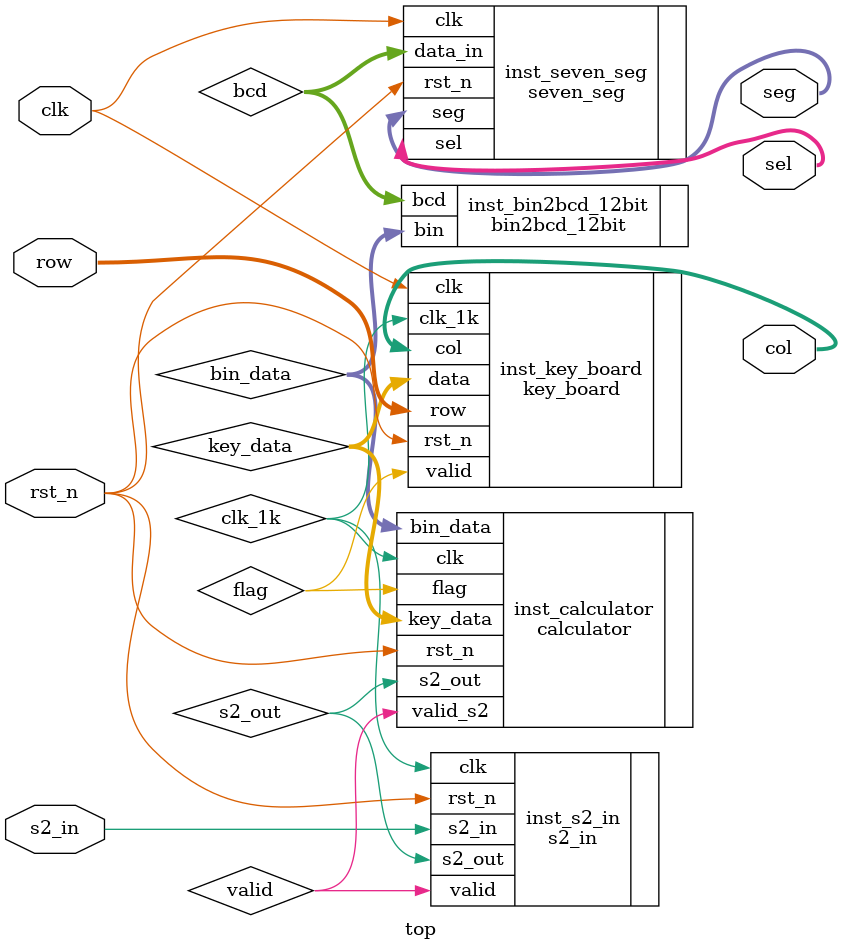
<source format=v>
module top(
	input clk,
	input rst_n,
	input [3:0] row,
	input s2_in,

	output [7:0] sel,
	output [7:0] seg,
	output [3:0] col 
);

parameter T1ms = 24999;
wire [3:0] key_data;
wire flag;
wire clk_1k;
wire [19:0] bin_data;
wire [23:0] bcd;
wire s2_out;
wire valid;
	s2_in inst_s2_in 
		(
			.clk(clk_1k), 
			.rst_n(rst_n), 
			.s2_in(s2_in), 
			.valid(valid), 
			.s2_out(s2_out)
		);

	key_board #(
			.T1ms(T1ms)
		) inst_key_board (
			.clk    (clk),
			.rst_n  (rst_n),
			.row    (row),
			.col    (col),
			.data   (key_data),
			.valid  (flag),
			.clk_1k (clk_1k)
		);
	calculator inst_calculator
		(
			.clk      (clk_1k),
			.rst_n    (rst_n),
			.flag     (flag),
			.key_data (key_data),
			.s2_out   (s2_out),
			.valid_s2 (valid),
			.bin_data (bin_data)
		);

	bin2bcd_12bit inst_bin2bcd_12bit 
		(
			.bin(bin_data),
			.bcd(bcd)
		);

	seven_seg inst_seven_seg 
		(
			.clk     (clk), 
			.rst_n   (rst_n), 
			.data_in (bcd), 
			.sel     (sel), 
			.seg     (seg)
		);



endmodule
</source>
